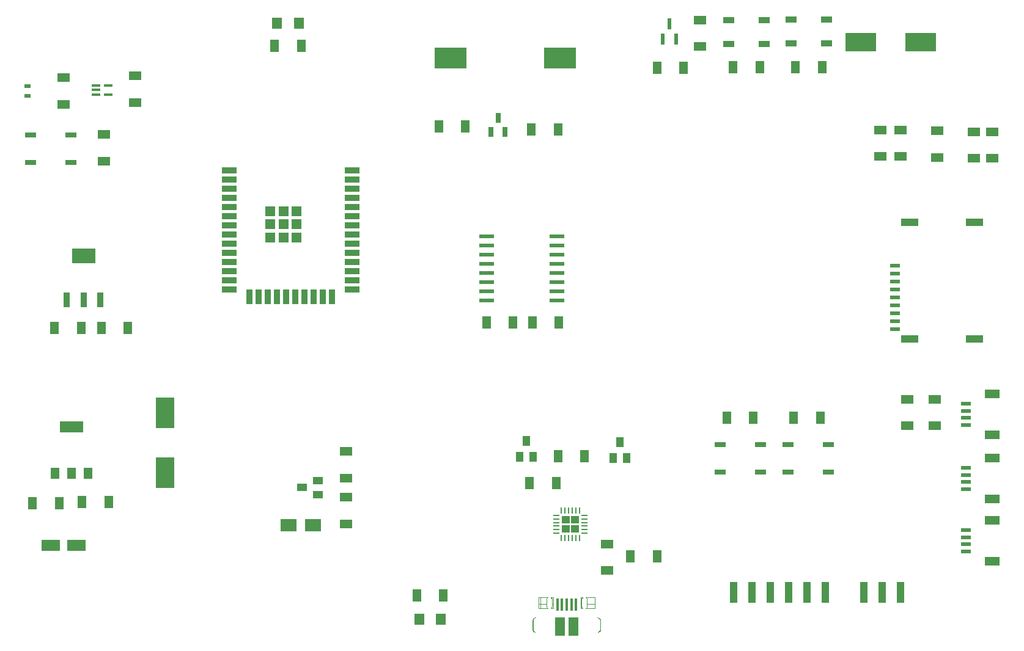
<source format=gbr>
G04 EAGLE Gerber RS-274X export*
G75*
%MOMM*%
%FSLAX34Y34*%
%LPD*%
%INSolderpaste Top*%
%IPPOS*%
%AMOC8*
5,1,8,0,0,1.08239X$1,22.5*%
G01*
%ADD10R,2.000000X0.900000*%
%ADD11R,0.900000X2.000000*%
%ADD12R,1.330000X1.330000*%
%ADD13R,1.300000X1.800000*%
%ADD14R,1.800000X1.300000*%
%ADD15R,1.400000X1.600000*%
%ADD16R,1.524000X0.762000*%
%ADD17R,1.000000X3.000000*%
%ADD18R,0.914400X0.254000*%
%ADD19R,0.254000X0.914400*%
%ADD20R,1.000000X1.400000*%
%ADD21R,1.400000X1.000000*%
%ADD22R,2.184400X1.651000*%
%ADD23R,0.901600X2.066000*%
%ADD24R,3.201600X2.066000*%
%ADD25R,1.150000X0.350000*%
%ADD26R,0.889000X0.552500*%
%ADD27R,0.635000X1.397000*%
%ADD28R,4.500000X3.000000*%
%ADD29R,2.000000X1.200000*%
%ADD30R,1.350000X0.600000*%
%ADD31R,1.500000X0.900000*%
%ADD32R,0.609600X1.574800*%
%ADD33R,4.300000X2.500000*%
%ADD34R,2.082800X0.533400*%
%ADD35R,1.397000X0.609600*%
%ADD36R,2.387600X1.092200*%
%ADD37C,0.005000*%
%ADD38R,0.400000X1.750000*%
%ADD39R,1.375000X2.500000*%
%ADD40R,1.200000X1.600000*%
%ADD41R,3.300000X1.600000*%
%ADD42R,2.561400X1.630000*%
%ADD43R,2.500000X4.300000*%

G36*
X790212Y162165D02*
X790212Y162165D01*
X790214Y162164D01*
X790257Y162184D01*
X790301Y162202D01*
X790301Y162204D01*
X790303Y162205D01*
X790336Y162290D01*
X790336Y172990D01*
X790335Y172992D01*
X790336Y172994D01*
X790316Y173037D01*
X790298Y173081D01*
X790296Y173081D01*
X790295Y173083D01*
X790210Y173116D01*
X779510Y173116D01*
X779508Y173115D01*
X779506Y173116D01*
X779463Y173096D01*
X779419Y173078D01*
X779419Y173076D01*
X779417Y173075D01*
X779384Y172990D01*
X779384Y162290D01*
X779385Y162288D01*
X779384Y162286D01*
X779404Y162243D01*
X779422Y162199D01*
X779424Y162199D01*
X779425Y162197D01*
X779510Y162164D01*
X790210Y162164D01*
X790212Y162165D01*
G37*
G36*
X777512Y162165D02*
X777512Y162165D01*
X777514Y162164D01*
X777557Y162184D01*
X777601Y162202D01*
X777601Y162204D01*
X777603Y162205D01*
X777636Y162290D01*
X777636Y172990D01*
X777635Y172992D01*
X777636Y172994D01*
X777616Y173037D01*
X777598Y173081D01*
X777596Y173081D01*
X777595Y173083D01*
X777510Y173116D01*
X766810Y173116D01*
X766808Y173115D01*
X766806Y173116D01*
X766763Y173096D01*
X766719Y173078D01*
X766719Y173076D01*
X766717Y173075D01*
X766684Y172990D01*
X766684Y162290D01*
X766685Y162288D01*
X766684Y162286D01*
X766704Y162243D01*
X766722Y162199D01*
X766724Y162199D01*
X766725Y162197D01*
X766810Y162164D01*
X777510Y162164D01*
X777512Y162165D01*
G37*
G36*
X790212Y149465D02*
X790212Y149465D01*
X790214Y149464D01*
X790257Y149484D01*
X790301Y149502D01*
X790301Y149504D01*
X790303Y149505D01*
X790336Y149590D01*
X790336Y160290D01*
X790335Y160292D01*
X790336Y160294D01*
X790316Y160337D01*
X790298Y160381D01*
X790296Y160381D01*
X790295Y160383D01*
X790210Y160416D01*
X779510Y160416D01*
X779508Y160415D01*
X779506Y160416D01*
X779463Y160396D01*
X779419Y160378D01*
X779419Y160376D01*
X779417Y160375D01*
X779384Y160290D01*
X779384Y149590D01*
X779385Y149588D01*
X779384Y149586D01*
X779404Y149543D01*
X779422Y149499D01*
X779424Y149499D01*
X779425Y149497D01*
X779510Y149464D01*
X790210Y149464D01*
X790212Y149465D01*
G37*
G36*
X777512Y149465D02*
X777512Y149465D01*
X777514Y149464D01*
X777557Y149484D01*
X777601Y149502D01*
X777601Y149504D01*
X777603Y149505D01*
X777636Y149590D01*
X777636Y160290D01*
X777635Y160292D01*
X777636Y160294D01*
X777616Y160337D01*
X777598Y160381D01*
X777596Y160381D01*
X777595Y160383D01*
X777510Y160416D01*
X766810Y160416D01*
X766808Y160415D01*
X766806Y160416D01*
X766763Y160396D01*
X766719Y160378D01*
X766719Y160376D01*
X766717Y160375D01*
X766684Y160290D01*
X766684Y149590D01*
X766685Y149588D01*
X766684Y149586D01*
X766704Y149543D01*
X766722Y149499D01*
X766724Y149499D01*
X766725Y149497D01*
X766810Y149464D01*
X777510Y149464D01*
X777512Y149465D01*
G37*
G36*
X816730Y11086D02*
X816730Y11086D01*
X817665Y11191D01*
X817666Y11192D01*
X817666Y11191D01*
X818554Y11502D01*
X818554Y11503D01*
X818555Y11502D01*
X819351Y12003D01*
X819352Y12003D01*
X820017Y12668D01*
X820017Y12669D01*
X820518Y13465D01*
X820518Y13466D01*
X820829Y14354D01*
X820828Y14355D01*
X820829Y14355D01*
X820829Y14358D01*
X820830Y14362D01*
X820831Y14370D01*
X820831Y14371D01*
X820831Y14375D01*
X820832Y14383D01*
X820833Y14387D01*
X820833Y14388D01*
X820834Y14396D01*
X820834Y14400D01*
X820835Y14409D01*
X820835Y14413D01*
X820836Y14421D01*
X820836Y14422D01*
X820837Y14426D01*
X820838Y14434D01*
X820838Y14438D01*
X820838Y14439D01*
X820839Y14447D01*
X820840Y14451D01*
X820841Y14460D01*
X820841Y14464D01*
X820842Y14468D01*
X820842Y14472D01*
X820842Y14473D01*
X820843Y14477D01*
X820843Y14481D01*
X820844Y14489D01*
X820844Y14490D01*
X820845Y14494D01*
X820846Y14502D01*
X820846Y14506D01*
X820846Y14507D01*
X820847Y14515D01*
X820847Y14519D01*
X820848Y14528D01*
X820849Y14532D01*
X820850Y14540D01*
X820850Y14541D01*
X820850Y14545D01*
X820851Y14553D01*
X820852Y14557D01*
X820852Y14558D01*
X820853Y14566D01*
X820853Y14570D01*
X820854Y14579D01*
X820855Y14583D01*
X820856Y14591D01*
X820856Y14592D01*
X820856Y14596D01*
X820857Y14604D01*
X820857Y14608D01*
X820858Y14608D01*
X820857Y14609D01*
X820858Y14617D01*
X820859Y14621D01*
X820859Y14625D01*
X820859Y14626D01*
X820860Y14630D01*
X820860Y14634D01*
X820861Y14638D01*
X820861Y14642D01*
X820861Y14643D01*
X820862Y14647D01*
X820862Y14651D01*
X820863Y14659D01*
X820863Y14660D01*
X820864Y14664D01*
X820865Y14672D01*
X820865Y14676D01*
X820865Y14677D01*
X820866Y14685D01*
X820867Y14689D01*
X820868Y14698D01*
X820868Y14702D01*
X820869Y14710D01*
X820869Y14711D01*
X820869Y14715D01*
X820870Y14723D01*
X820871Y14727D01*
X820871Y14728D01*
X820872Y14736D01*
X820872Y14740D01*
X820873Y14749D01*
X820874Y14753D01*
X820875Y14761D01*
X820875Y14762D01*
X820875Y14766D01*
X820876Y14774D01*
X820877Y14778D01*
X820877Y14779D01*
X820878Y14787D01*
X820878Y14791D01*
X820879Y14795D01*
X820879Y14796D01*
X820879Y14800D01*
X820880Y14804D01*
X820880Y14808D01*
X820880Y14812D01*
X820881Y14812D01*
X820880Y14813D01*
X820881Y14817D01*
X820881Y14821D01*
X820882Y14829D01*
X820882Y14830D01*
X820883Y14834D01*
X820884Y14842D01*
X820884Y14846D01*
X820884Y14847D01*
X820885Y14855D01*
X820886Y14859D01*
X820887Y14868D01*
X820887Y14872D01*
X820888Y14880D01*
X820888Y14881D01*
X820889Y14885D01*
X820890Y14893D01*
X820890Y14897D01*
X820890Y14898D01*
X820891Y14906D01*
X820891Y14910D01*
X820892Y14910D01*
X820891Y14910D01*
X820892Y14919D01*
X820893Y14923D01*
X820894Y14931D01*
X820894Y14932D01*
X820894Y14936D01*
X820895Y14944D01*
X820896Y14948D01*
X820896Y14949D01*
X820897Y14957D01*
X820897Y14961D01*
X820898Y14965D01*
X820898Y14966D01*
X820898Y14970D01*
X820899Y14974D01*
X820899Y14978D01*
X820900Y14982D01*
X820900Y14983D01*
X820900Y14987D01*
X820901Y14991D01*
X820902Y14999D01*
X820902Y15000D01*
X820902Y15004D01*
X820903Y15012D01*
X820903Y15016D01*
X820903Y15017D01*
X820904Y15025D01*
X820905Y15029D01*
X820906Y15038D01*
X820906Y15042D01*
X820907Y15050D01*
X820907Y15051D01*
X820908Y15055D01*
X820909Y15063D01*
X820909Y15067D01*
X820909Y15068D01*
X820910Y15076D01*
X820911Y15080D01*
X820912Y15089D01*
X820912Y15093D01*
X820913Y15101D01*
X820913Y15102D01*
X820914Y15106D01*
X820914Y15114D01*
X820915Y15114D01*
X820914Y15114D01*
X820915Y15118D01*
X820915Y15119D01*
X820916Y15127D01*
X820916Y15131D01*
X820917Y15135D01*
X820917Y15136D01*
X820917Y15140D01*
X820918Y15144D01*
X820918Y15148D01*
X820919Y15157D01*
X820920Y15161D01*
X820921Y15169D01*
X820921Y15170D01*
X820921Y15174D01*
X820922Y15182D01*
X820923Y15186D01*
X820923Y15187D01*
X820924Y15195D01*
X820924Y15199D01*
X820925Y15208D01*
X820925Y15212D01*
X820926Y15212D01*
X820925Y15212D01*
X820926Y15220D01*
X820926Y15221D01*
X820927Y15225D01*
X820928Y15233D01*
X820928Y15237D01*
X820928Y15238D01*
X820929Y15246D01*
X820930Y15250D01*
X820931Y15259D01*
X820931Y15263D01*
X820932Y15271D01*
X820932Y15272D01*
X820933Y15276D01*
X820934Y15284D01*
X820934Y15288D01*
X820934Y15289D01*
X820934Y15290D01*
X820934Y27890D01*
X820829Y28825D01*
X820828Y28826D01*
X820829Y28826D01*
X820518Y29714D01*
X820518Y29715D01*
X820017Y30511D01*
X820017Y30512D01*
X819352Y31177D01*
X819351Y31177D01*
X818555Y31678D01*
X818554Y31678D01*
X817666Y31989D01*
X817665Y31988D01*
X817665Y31989D01*
X816730Y32094D01*
X814730Y32094D01*
X814726Y32091D01*
X814726Y32090D01*
X814726Y32040D01*
X814729Y32036D01*
X814730Y32036D01*
X815802Y31874D01*
X816816Y31491D01*
X817726Y30903D01*
X818493Y30136D01*
X819081Y29226D01*
X819464Y28212D01*
X819626Y27140D01*
X819626Y16340D01*
X819626Y16339D01*
X819625Y16331D01*
X819624Y16327D01*
X819623Y16318D01*
X819623Y16314D01*
X819622Y16305D01*
X819622Y16301D01*
X819621Y16293D01*
X819620Y16288D01*
X819619Y16280D01*
X819619Y16276D01*
X819618Y16267D01*
X819617Y16263D01*
X819617Y16254D01*
X819616Y16254D01*
X819617Y16254D01*
X819616Y16250D01*
X819615Y16242D01*
X819615Y16237D01*
X819614Y16229D01*
X819613Y16225D01*
X819612Y16216D01*
X819612Y16212D01*
X819611Y16203D01*
X819611Y16199D01*
X819610Y16195D01*
X819610Y16191D01*
X819609Y16186D01*
X819609Y16182D01*
X819608Y16178D01*
X819607Y16169D01*
X819607Y16165D01*
X819606Y16157D01*
X819606Y16152D01*
X819605Y16152D01*
X819606Y16152D01*
X819605Y16144D01*
X819604Y16140D01*
X819603Y16131D01*
X819603Y16127D01*
X819602Y16118D01*
X819601Y16114D01*
X819600Y16106D01*
X819600Y16101D01*
X819599Y16093D01*
X819599Y16089D01*
X819598Y16080D01*
X819597Y16076D01*
X819596Y16067D01*
X819596Y16063D01*
X819595Y16055D01*
X819595Y16050D01*
X819594Y16050D01*
X819595Y16050D01*
X819594Y16042D01*
X819593Y16038D01*
X819592Y16029D01*
X819592Y16025D01*
X819591Y16021D01*
X819591Y16016D01*
X819590Y16012D01*
X819590Y16008D01*
X819589Y16004D01*
X819589Y15999D01*
X819589Y15995D01*
X819588Y15991D01*
X819587Y15982D01*
X819587Y15978D01*
X819586Y15970D01*
X819585Y15965D01*
X819584Y15957D01*
X819584Y15953D01*
X819583Y15944D01*
X819583Y15940D01*
X819582Y15931D01*
X819581Y15927D01*
X819580Y15919D01*
X819580Y15914D01*
X819579Y15906D01*
X819578Y15902D01*
X819578Y15893D01*
X819577Y15889D01*
X819576Y15880D01*
X819576Y15876D01*
X819575Y15868D01*
X819574Y15863D01*
X819573Y15855D01*
X819573Y15851D01*
X819573Y15846D01*
X819572Y15842D01*
X819572Y15838D01*
X819571Y15834D01*
X819571Y15829D01*
X819570Y15825D01*
X819570Y15821D01*
X819569Y15817D01*
X819568Y15808D01*
X819568Y15804D01*
X819567Y15795D01*
X819567Y15791D01*
X819566Y15783D01*
X819565Y15778D01*
X819564Y15770D01*
X819564Y15766D01*
X819563Y15757D01*
X819562Y15753D01*
X819562Y15744D01*
X819561Y15740D01*
X819560Y15732D01*
X819560Y15727D01*
X819559Y15719D01*
X819558Y15715D01*
X819557Y15706D01*
X819557Y15702D01*
X819556Y15693D01*
X819556Y15689D01*
X819555Y15681D01*
X819554Y15676D01*
X819553Y15668D01*
X819553Y15664D01*
X819552Y15659D01*
X819552Y15655D01*
X819551Y15651D01*
X819551Y15647D01*
X819551Y15642D01*
X819550Y15634D01*
X819549Y15630D01*
X819548Y15621D01*
X819548Y15617D01*
X819547Y15608D01*
X819546Y15604D01*
X819546Y15596D01*
X819545Y15596D01*
X819546Y15596D01*
X819545Y15591D01*
X819544Y15583D01*
X819544Y15579D01*
X819543Y15570D01*
X819542Y15566D01*
X819541Y15557D01*
X819541Y15553D01*
X819540Y15545D01*
X819540Y15540D01*
X819539Y15532D01*
X819538Y15528D01*
X819537Y15519D01*
X819537Y15515D01*
X819536Y15506D01*
X819535Y15502D01*
X819535Y15494D01*
X819534Y15494D01*
X819535Y15494D01*
X819534Y15489D01*
X819534Y15485D01*
X819533Y15481D01*
X819533Y15477D01*
X819532Y15472D01*
X819532Y15468D01*
X819531Y15460D01*
X819530Y15455D01*
X819529Y15447D01*
X819529Y15443D01*
X819528Y15434D01*
X819528Y15430D01*
X819527Y15421D01*
X819526Y15417D01*
X819525Y15409D01*
X819525Y15404D01*
X819524Y15396D01*
X819524Y15392D01*
X819523Y15392D01*
X819524Y15392D01*
X819523Y15383D01*
X819522Y15379D01*
X819521Y15370D01*
X819521Y15366D01*
X819520Y15358D01*
X819519Y15353D01*
X819518Y15345D01*
X819518Y15341D01*
X819517Y15332D01*
X819517Y15328D01*
X819516Y15319D01*
X819515Y15315D01*
X819515Y15311D01*
X819514Y15307D01*
X819514Y15302D01*
X819513Y15298D01*
X819513Y15294D01*
X819512Y15285D01*
X819512Y15281D01*
X819511Y15273D01*
X819510Y15268D01*
X819509Y15260D01*
X819509Y15256D01*
X819508Y15247D01*
X819507Y15243D01*
X819507Y15234D01*
X819506Y15230D01*
X819505Y15222D01*
X819505Y15217D01*
X819504Y15209D01*
X819503Y15205D01*
X819502Y15196D01*
X819502Y15192D01*
X819502Y15189D01*
X819125Y14094D01*
X818513Y13111D01*
X817698Y12288D01*
X816721Y11667D01*
X815630Y11279D01*
X814480Y11144D01*
X814476Y11140D01*
X814476Y11090D01*
X814479Y11086D01*
X814480Y11086D01*
X816730Y11086D01*
X816730Y11086D01*
G37*
G36*
X732384Y11089D02*
X732384Y11089D01*
X732384Y11090D01*
X732384Y11140D01*
X732381Y11144D01*
X731230Y11279D01*
X730139Y11667D01*
X729162Y12288D01*
X728347Y13111D01*
X727736Y14094D01*
X727358Y15189D01*
X727234Y16340D01*
X727234Y27140D01*
X727318Y27698D01*
X727320Y27707D01*
X727321Y27715D01*
X727322Y27724D01*
X727324Y27732D01*
X727324Y27733D01*
X727325Y27741D01*
X727326Y27749D01*
X727326Y27750D01*
X727327Y27758D01*
X727329Y27766D01*
X727329Y27767D01*
X727330Y27775D01*
X727396Y28212D01*
X727779Y29226D01*
X728367Y30136D01*
X729134Y30903D01*
X730044Y31491D01*
X731058Y31874D01*
X732131Y32036D01*
X732134Y32040D01*
X732134Y32090D01*
X732131Y32094D01*
X732130Y32094D01*
X730130Y32094D01*
X729195Y31989D01*
X729195Y31988D01*
X729194Y31989D01*
X728306Y31678D01*
X728305Y31678D01*
X727509Y31177D01*
X727508Y31177D01*
X726843Y30512D01*
X726843Y30511D01*
X726342Y29715D01*
X726342Y29714D01*
X726031Y28826D01*
X726032Y28825D01*
X726031Y28825D01*
X725926Y27890D01*
X725926Y15290D01*
X726031Y14355D01*
X726032Y14355D01*
X726031Y14354D01*
X726342Y13466D01*
X726343Y13466D01*
X726342Y13465D01*
X726843Y12669D01*
X726843Y12668D01*
X727508Y12003D01*
X727509Y12003D01*
X728305Y11502D01*
X728306Y11502D01*
X729194Y11191D01*
X729195Y11192D01*
X729195Y11191D01*
X730130Y11086D01*
X732380Y11086D01*
X732384Y11089D01*
G37*
D10*
X306160Y652040D03*
X306160Y639340D03*
X306160Y626640D03*
X306160Y613940D03*
X306160Y601240D03*
X306160Y588540D03*
X306160Y575840D03*
X306160Y563140D03*
X306160Y550440D03*
X306160Y537740D03*
X306160Y525040D03*
X306160Y512340D03*
X306160Y499640D03*
X306160Y486940D03*
D11*
X334010Y476940D03*
X346710Y476940D03*
X359410Y476940D03*
X372110Y476940D03*
X384810Y476940D03*
X397510Y476940D03*
X410210Y476940D03*
X422910Y476940D03*
X435610Y476940D03*
X448310Y476940D03*
D10*
X476160Y486940D03*
X476160Y499640D03*
X476160Y512340D03*
X476160Y525040D03*
X476160Y537740D03*
X476160Y550440D03*
X476160Y563140D03*
X476160Y575840D03*
X476160Y588540D03*
X476160Y601240D03*
X476160Y613940D03*
X476160Y626640D03*
X476160Y639340D03*
X476160Y652040D03*
D12*
X362810Y595390D03*
X381160Y595390D03*
X399510Y595390D03*
X362810Y577040D03*
X381160Y577040D03*
X399510Y577040D03*
X362810Y558690D03*
X381160Y558690D03*
X399510Y558690D03*
D13*
X1031960Y308610D03*
X994960Y308610D03*
D14*
X1244600Y297730D03*
X1244600Y334730D03*
X1282700Y297730D03*
X1282700Y334730D03*
D15*
X372350Y855980D03*
X402350Y855980D03*
D13*
X368850Y824230D03*
X405850Y824230D03*
D15*
X569200Y29210D03*
X599200Y29210D03*
D13*
X565700Y62230D03*
X602700Y62230D03*
X1087670Y308610D03*
X1124670Y308610D03*
D16*
X1079500Y271780D03*
X1135380Y271780D03*
X1079500Y233680D03*
X1135380Y233680D03*
X985520Y271780D03*
X1041400Y271780D03*
X985520Y233680D03*
X1041400Y233680D03*
D17*
X1080770Y66510D03*
X1106170Y66510D03*
X1131570Y66510D03*
X1055370Y66510D03*
X1029970Y66510D03*
X1004570Y66510D03*
X1184910Y66510D03*
X1210310Y66510D03*
X1235710Y66510D03*
D13*
X798280Y255270D03*
X761280Y255270D03*
X721910Y218440D03*
X758910Y218440D03*
D18*
X759079Y173793D03*
X759079Y168792D03*
X759079Y163791D03*
X759079Y158789D03*
X759079Y153788D03*
X759079Y148787D03*
D19*
X766007Y141859D03*
X771008Y141859D03*
X776009Y141859D03*
X781011Y141859D03*
X786012Y141859D03*
X791013Y141859D03*
D18*
X797941Y148787D03*
X797941Y153788D03*
X797941Y158789D03*
X797941Y163791D03*
X797941Y168792D03*
X797941Y173793D03*
D19*
X791013Y180721D03*
X786012Y180721D03*
X781011Y180721D03*
X776009Y180721D03*
X771008Y180721D03*
X766007Y180721D03*
D13*
X861610Y116840D03*
X898610Y116840D03*
D14*
X829310Y134070D03*
X829310Y97070D03*
D20*
X847090Y275160D03*
X856590Y253160D03*
X837590Y253160D03*
X717550Y276430D03*
X727050Y254430D03*
X708050Y254430D03*
D14*
X467360Y198840D03*
X467360Y161840D03*
X467360Y262340D03*
X467360Y225340D03*
D21*
X406830Y212090D03*
X428830Y221590D03*
X428830Y202590D03*
D22*
X388112Y160020D03*
X422148Y160020D03*
D23*
X81140Y472162D03*
X104140Y472162D03*
X127140Y472162D03*
D24*
X104140Y533678D03*
D13*
X101050Y433070D03*
X64050Y433070D03*
X128820Y433070D03*
X165820Y433070D03*
D14*
X175260Y783040D03*
X175260Y746040D03*
D25*
X121040Y769770D03*
X121040Y763270D03*
X121040Y756770D03*
X138040Y756770D03*
X138040Y769770D03*
D26*
X26670Y755238D03*
X26670Y768763D03*
D14*
X76200Y743500D03*
X76200Y780500D03*
D16*
X86360Y662940D03*
X30480Y662940D03*
X86360Y701040D03*
X30480Y701040D03*
D14*
X132080Y664760D03*
X132080Y701760D03*
D27*
X668680Y705210D03*
X687680Y705210D03*
X678180Y724810D03*
D13*
X724450Y708660D03*
X761450Y708660D03*
X596180Y712470D03*
X633180Y712470D03*
D28*
X764340Y807720D03*
X612340Y807720D03*
D29*
X1362630Y110430D03*
X1362630Y166430D03*
D30*
X1325880Y123430D03*
X1325880Y133430D03*
X1325880Y143430D03*
X1325880Y153430D03*
D29*
X1362630Y196790D03*
X1362630Y252790D03*
D30*
X1325880Y209790D03*
X1325880Y219790D03*
X1325880Y229790D03*
X1325880Y239790D03*
D29*
X1362630Y285690D03*
X1362630Y341690D03*
D30*
X1325880Y298690D03*
X1325880Y308690D03*
X1325880Y318690D03*
X1325880Y328690D03*
D31*
X1046850Y826780D03*
X1046850Y859780D03*
X997850Y826780D03*
X997850Y859780D03*
D32*
X906145Y833628D03*
X925195Y833628D03*
X915670Y855472D03*
D33*
X1263240Y829310D03*
X1180240Y829310D03*
D13*
X898440Y793750D03*
X935440Y793750D03*
D14*
X957580Y860510D03*
X957580Y823510D03*
D31*
X1133210Y828050D03*
X1133210Y861050D03*
X1084210Y828050D03*
X1084210Y861050D03*
D13*
X1003850Y795020D03*
X1040850Y795020D03*
X1090210Y795020D03*
X1127210Y795020D03*
D34*
X662813Y560070D03*
X662813Y547370D03*
X662813Y534670D03*
X662813Y521970D03*
X662813Y509270D03*
X662813Y496570D03*
X662813Y483870D03*
X662813Y471170D03*
X759587Y471170D03*
X759587Y483870D03*
X759587Y496570D03*
X759587Y509270D03*
X759587Y521970D03*
X759587Y534670D03*
X759587Y547370D03*
X759587Y560070D03*
D13*
X662220Y440690D03*
X699220Y440690D03*
X762720Y440690D03*
X725720Y440690D03*
D35*
X1228112Y520160D03*
X1228112Y509160D03*
X1228112Y498160D03*
X1228112Y487160D03*
X1228112Y476160D03*
X1228112Y465160D03*
X1228112Y454160D03*
X1228112Y443160D03*
X1228112Y432160D03*
D36*
X1248112Y418360D03*
X1248112Y579860D03*
X1338112Y418360D03*
X1338112Y579860D03*
D14*
X1362710Y705570D03*
X1362710Y668570D03*
X1337310Y705570D03*
X1337310Y668570D03*
X1286510Y706840D03*
X1286510Y669840D03*
X1207770Y671110D03*
X1207770Y708110D03*
X1235710Y671110D03*
X1235710Y708110D03*
D37*
X812430Y59690D02*
X799930Y59690D01*
X800560Y59197D01*
X801068Y58578D01*
X801431Y57865D01*
X801630Y57090D01*
X801530Y47490D01*
X801241Y46739D01*
X800796Y46068D01*
X800217Y45510D01*
X799530Y45090D01*
X812430Y45090D01*
X812430Y59690D01*
X812430Y50800D02*
X801565Y50800D01*
X800100Y45439D02*
X800100Y45090D01*
X800100Y59557D02*
X800100Y59690D01*
X795430Y59690D02*
X792430Y59690D01*
X792430Y45090D01*
X795530Y45090D01*
X794876Y45575D01*
X794342Y46190D01*
X793954Y46907D01*
X793730Y47690D01*
X793830Y57390D01*
X794046Y58035D01*
X794397Y58617D01*
X794866Y59110D01*
X795430Y59490D01*
X795430Y59690D01*
X793762Y50800D02*
X792430Y50800D01*
X746930Y59690D02*
X734430Y59690D01*
X746300Y59197D02*
X746930Y59690D01*
X746300Y59197D02*
X745792Y58578D01*
X745429Y57865D01*
X745230Y57090D01*
X745330Y47490D01*
X745619Y46739D01*
X746064Y46068D01*
X746643Y45510D01*
X747330Y45090D01*
X734430Y45090D01*
X734430Y59690D01*
X734430Y50800D02*
X745296Y50800D01*
X736600Y45090D02*
X736600Y59690D01*
X751430Y59690D02*
X754430Y59690D01*
X754430Y45090D01*
X751330Y45090D01*
X751984Y45575D01*
X752518Y46190D01*
X752906Y46907D01*
X753130Y47690D01*
X753030Y57390D01*
X752814Y58035D01*
X752463Y58617D01*
X751994Y59110D01*
X751430Y59490D01*
X751430Y59690D01*
X753098Y50800D02*
X754430Y50800D01*
D38*
X760430Y50340D03*
X766930Y50340D03*
X773430Y50340D03*
X779930Y50340D03*
X786430Y50340D03*
D39*
X764055Y19590D03*
X782805Y19590D03*
D40*
X64630Y232160D03*
X87630Y232160D03*
X110630Y232160D03*
D41*
X87630Y296160D03*
D13*
X33570Y190500D03*
X70570Y190500D03*
X102150Y191770D03*
X139150Y191770D03*
D42*
X58517Y132080D03*
X93883Y132080D03*
D43*
X217170Y232820D03*
X217170Y315820D03*
M02*

</source>
